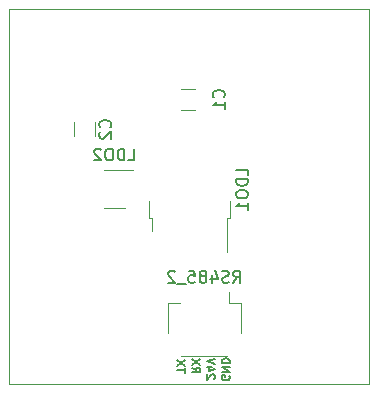
<source format=gbr>
G04 #@! TF.GenerationSoftware,KiCad,Pcbnew,(5.1.5)-3*
G04 #@! TF.CreationDate,2020-04-20T18:44:57+02:00*
G04 #@! TF.ProjectId,RS485-Modbus-Tiny-Sensor-Module,52533438-352d-44d6-9f64-6275732d5469,rev?*
G04 #@! TF.SameCoordinates,Original*
G04 #@! TF.FileFunction,Legend,Bot*
G04 #@! TF.FilePolarity,Positive*
%FSLAX46Y46*%
G04 Gerber Fmt 4.6, Leading zero omitted, Abs format (unit mm)*
G04 Created by KiCad (PCBNEW (5.1.5)-3) date 2020-04-20 18:44:57*
%MOMM*%
%LPD*%
G04 APERTURE LIST*
%ADD10C,0.150000*%
%ADD11C,0.050000*%
%ADD12C,0.120000*%
G04 APERTURE END LIST*
D10*
X198311333Y-114162666D02*
X198644666Y-114396000D01*
X198311333Y-114562666D02*
X199011333Y-114562666D01*
X199011333Y-114296000D01*
X198978000Y-114229333D01*
X198944666Y-114196000D01*
X198878000Y-114162666D01*
X198778000Y-114162666D01*
X198711333Y-114196000D01*
X198678000Y-114229333D01*
X198644666Y-114296000D01*
X198644666Y-114562666D01*
X199011333Y-113929333D02*
X198311333Y-113462666D01*
X199011333Y-113462666D02*
X198311333Y-113929333D01*
X200214666Y-115133333D02*
X200248000Y-115100000D01*
X200281333Y-115033333D01*
X200281333Y-114866666D01*
X200248000Y-114800000D01*
X200214666Y-114766666D01*
X200148000Y-114733333D01*
X200081333Y-114733333D01*
X199981333Y-114766666D01*
X199581333Y-115166666D01*
X199581333Y-114733333D01*
X200048000Y-114133333D02*
X199581333Y-114133333D01*
X200314666Y-114300000D02*
X199814666Y-114466666D01*
X199814666Y-114033333D01*
X200281333Y-113866666D02*
X199581333Y-113633333D01*
X200281333Y-113400000D01*
X201518000Y-114833333D02*
X201551333Y-114900000D01*
X201551333Y-115000000D01*
X201518000Y-115100000D01*
X201451333Y-115166666D01*
X201384666Y-115200000D01*
X201251333Y-115233333D01*
X201151333Y-115233333D01*
X201018000Y-115200000D01*
X200951333Y-115166666D01*
X200884666Y-115100000D01*
X200851333Y-115000000D01*
X200851333Y-114933333D01*
X200884666Y-114833333D01*
X200918000Y-114800000D01*
X201151333Y-114800000D01*
X201151333Y-114933333D01*
X200851333Y-114500000D02*
X201551333Y-114500000D01*
X200851333Y-114100000D01*
X201551333Y-114100000D01*
X200851333Y-113766666D02*
X201551333Y-113766666D01*
X201551333Y-113600000D01*
X201518000Y-113500000D01*
X201451333Y-113433333D01*
X201384666Y-113400000D01*
X201251333Y-113366666D01*
X201151333Y-113366666D01*
X201018000Y-113400000D01*
X200951333Y-113433333D01*
X200884666Y-113500000D01*
X200851333Y-113600000D01*
X200851333Y-113766666D01*
X197741333Y-114579333D02*
X197741333Y-114179333D01*
X197041333Y-114379333D02*
X197741333Y-114379333D01*
X197741333Y-114012666D02*
X197041333Y-113546000D01*
X197741333Y-113546000D02*
X197041333Y-114012666D01*
D11*
X213360000Y-115570000D02*
X182880000Y-115570000D01*
X213360000Y-83820000D02*
X213360000Y-115570000D01*
X182880000Y-83820000D02*
X213360000Y-83820000D01*
X182880000Y-115570000D02*
X182880000Y-83820000D01*
D12*
X194940000Y-101530000D02*
X194940000Y-102630000D01*
X194670000Y-101530000D02*
X194940000Y-101530000D01*
X194670000Y-100030000D02*
X194670000Y-101530000D01*
X201300000Y-101530000D02*
X201300000Y-104360000D01*
X201570000Y-101530000D02*
X201300000Y-101530000D01*
X201570000Y-100030000D02*
X201570000Y-101530000D01*
X201330000Y-113175000D02*
X197450000Y-113175000D01*
X196280000Y-108705000D02*
X197330000Y-108705000D01*
X196280000Y-111205000D02*
X196280000Y-108705000D01*
X201450000Y-108705000D02*
X201450000Y-107715000D01*
X202500000Y-108705000D02*
X201450000Y-108705000D01*
X202500000Y-111205000D02*
X202500000Y-108705000D01*
X190870000Y-97450000D02*
X193320000Y-97450000D01*
X192670000Y-100670000D02*
X190870000Y-100670000D01*
X188320000Y-94582064D02*
X188320000Y-93377936D01*
X190140000Y-94582064D02*
X190140000Y-93377936D01*
X198592064Y-90530000D02*
X197387936Y-90530000D01*
X198592064Y-92350000D02*
X197387936Y-92350000D01*
D10*
X203072380Y-97869523D02*
X203072380Y-97393333D01*
X202072380Y-97393333D01*
X203072380Y-98202857D02*
X202072380Y-98202857D01*
X202072380Y-98440952D01*
X202120000Y-98583809D01*
X202215238Y-98679047D01*
X202310476Y-98726666D01*
X202500952Y-98774285D01*
X202643809Y-98774285D01*
X202834285Y-98726666D01*
X202929523Y-98679047D01*
X203024761Y-98583809D01*
X203072380Y-98440952D01*
X203072380Y-98202857D01*
X202072380Y-99393333D02*
X202072380Y-99583809D01*
X202120000Y-99679047D01*
X202215238Y-99774285D01*
X202405714Y-99821904D01*
X202739047Y-99821904D01*
X202929523Y-99774285D01*
X203024761Y-99679047D01*
X203072380Y-99583809D01*
X203072380Y-99393333D01*
X203024761Y-99298095D01*
X202929523Y-99202857D01*
X202739047Y-99155238D01*
X202405714Y-99155238D01*
X202215238Y-99202857D01*
X202120000Y-99298095D01*
X202072380Y-99393333D01*
X203072380Y-100774285D02*
X203072380Y-100202857D01*
X203072380Y-100488571D02*
X202072380Y-100488571D01*
X202215238Y-100393333D01*
X202310476Y-100298095D01*
X202358095Y-100202857D01*
X201842380Y-106962380D02*
X202175714Y-106486190D01*
X202413809Y-106962380D02*
X202413809Y-105962380D01*
X202032857Y-105962380D01*
X201937619Y-106010000D01*
X201890000Y-106057619D01*
X201842380Y-106152857D01*
X201842380Y-106295714D01*
X201890000Y-106390952D01*
X201937619Y-106438571D01*
X202032857Y-106486190D01*
X202413809Y-106486190D01*
X201461428Y-106914761D02*
X201318571Y-106962380D01*
X201080476Y-106962380D01*
X200985238Y-106914761D01*
X200937619Y-106867142D01*
X200890000Y-106771904D01*
X200890000Y-106676666D01*
X200937619Y-106581428D01*
X200985238Y-106533809D01*
X201080476Y-106486190D01*
X201270952Y-106438571D01*
X201366190Y-106390952D01*
X201413809Y-106343333D01*
X201461428Y-106248095D01*
X201461428Y-106152857D01*
X201413809Y-106057619D01*
X201366190Y-106010000D01*
X201270952Y-105962380D01*
X201032857Y-105962380D01*
X200890000Y-106010000D01*
X200032857Y-106295714D02*
X200032857Y-106962380D01*
X200270952Y-105914761D02*
X200509047Y-106629047D01*
X199890000Y-106629047D01*
X199366190Y-106390952D02*
X199461428Y-106343333D01*
X199509047Y-106295714D01*
X199556666Y-106200476D01*
X199556666Y-106152857D01*
X199509047Y-106057619D01*
X199461428Y-106010000D01*
X199366190Y-105962380D01*
X199175714Y-105962380D01*
X199080476Y-106010000D01*
X199032857Y-106057619D01*
X198985238Y-106152857D01*
X198985238Y-106200476D01*
X199032857Y-106295714D01*
X199080476Y-106343333D01*
X199175714Y-106390952D01*
X199366190Y-106390952D01*
X199461428Y-106438571D01*
X199509047Y-106486190D01*
X199556666Y-106581428D01*
X199556666Y-106771904D01*
X199509047Y-106867142D01*
X199461428Y-106914761D01*
X199366190Y-106962380D01*
X199175714Y-106962380D01*
X199080476Y-106914761D01*
X199032857Y-106867142D01*
X198985238Y-106771904D01*
X198985238Y-106581428D01*
X199032857Y-106486190D01*
X199080476Y-106438571D01*
X199175714Y-106390952D01*
X198080476Y-105962380D02*
X198556666Y-105962380D01*
X198604285Y-106438571D01*
X198556666Y-106390952D01*
X198461428Y-106343333D01*
X198223333Y-106343333D01*
X198128095Y-106390952D01*
X198080476Y-106438571D01*
X198032857Y-106533809D01*
X198032857Y-106771904D01*
X198080476Y-106867142D01*
X198128095Y-106914761D01*
X198223333Y-106962380D01*
X198461428Y-106962380D01*
X198556666Y-106914761D01*
X198604285Y-106867142D01*
X197842380Y-107057619D02*
X197080476Y-107057619D01*
X196890000Y-106057619D02*
X196842380Y-106010000D01*
X196747142Y-105962380D01*
X196509047Y-105962380D01*
X196413809Y-106010000D01*
X196366190Y-106057619D01*
X196318571Y-106152857D01*
X196318571Y-106248095D01*
X196366190Y-106390952D01*
X196937619Y-106962380D01*
X196318571Y-106962380D01*
X192960476Y-96612380D02*
X193436666Y-96612380D01*
X193436666Y-95612380D01*
X192627142Y-96612380D02*
X192627142Y-95612380D01*
X192389047Y-95612380D01*
X192246190Y-95660000D01*
X192150952Y-95755238D01*
X192103333Y-95850476D01*
X192055714Y-96040952D01*
X192055714Y-96183809D01*
X192103333Y-96374285D01*
X192150952Y-96469523D01*
X192246190Y-96564761D01*
X192389047Y-96612380D01*
X192627142Y-96612380D01*
X191436666Y-95612380D02*
X191246190Y-95612380D01*
X191150952Y-95660000D01*
X191055714Y-95755238D01*
X191008095Y-95945714D01*
X191008095Y-96279047D01*
X191055714Y-96469523D01*
X191150952Y-96564761D01*
X191246190Y-96612380D01*
X191436666Y-96612380D01*
X191531904Y-96564761D01*
X191627142Y-96469523D01*
X191674761Y-96279047D01*
X191674761Y-95945714D01*
X191627142Y-95755238D01*
X191531904Y-95660000D01*
X191436666Y-95612380D01*
X190627142Y-95707619D02*
X190579523Y-95660000D01*
X190484285Y-95612380D01*
X190246190Y-95612380D01*
X190150952Y-95660000D01*
X190103333Y-95707619D01*
X190055714Y-95802857D01*
X190055714Y-95898095D01*
X190103333Y-96040952D01*
X190674761Y-96612380D01*
X190055714Y-96612380D01*
X191407142Y-93813333D02*
X191454761Y-93765714D01*
X191502380Y-93622857D01*
X191502380Y-93527619D01*
X191454761Y-93384761D01*
X191359523Y-93289523D01*
X191264285Y-93241904D01*
X191073809Y-93194285D01*
X190930952Y-93194285D01*
X190740476Y-93241904D01*
X190645238Y-93289523D01*
X190550000Y-93384761D01*
X190502380Y-93527619D01*
X190502380Y-93622857D01*
X190550000Y-93765714D01*
X190597619Y-93813333D01*
X190597619Y-94194285D02*
X190550000Y-94241904D01*
X190502380Y-94337142D01*
X190502380Y-94575238D01*
X190550000Y-94670476D01*
X190597619Y-94718095D01*
X190692857Y-94765714D01*
X190788095Y-94765714D01*
X190930952Y-94718095D01*
X191502380Y-94146666D01*
X191502380Y-94765714D01*
X201017142Y-91273333D02*
X201064761Y-91225714D01*
X201112380Y-91082857D01*
X201112380Y-90987619D01*
X201064761Y-90844761D01*
X200969523Y-90749523D01*
X200874285Y-90701904D01*
X200683809Y-90654285D01*
X200540952Y-90654285D01*
X200350476Y-90701904D01*
X200255238Y-90749523D01*
X200160000Y-90844761D01*
X200112380Y-90987619D01*
X200112380Y-91082857D01*
X200160000Y-91225714D01*
X200207619Y-91273333D01*
X201112380Y-92225714D02*
X201112380Y-91654285D01*
X201112380Y-91940000D02*
X200112380Y-91940000D01*
X200255238Y-91844761D01*
X200350476Y-91749523D01*
X200398095Y-91654285D01*
M02*

</source>
